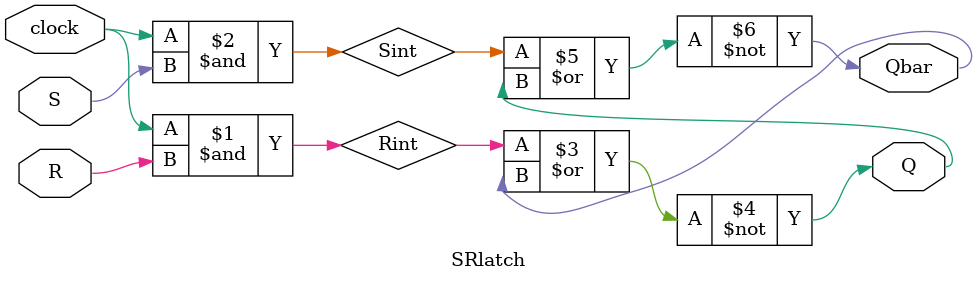
<source format=v>
module lab07_c(D,q,qbar,clock, LED0,LED9);
input D,clock;
output q,qbar,LED0,LED9;


assign LED0 = D;
assign LED9 = clock;


SRlatch Dlatch(D,~D,q,qbar,clock);  //calling SRlatch module


//assign LED1 = ~D;
//assign LED3 = q;
//assign LED4 = qbar;

endmodule





module SRlatch(S,R,Q,Qbar,clock);
input S,R,clock;
output Q,Qbar;

wire Rint,Sint;

and a1 (Rint,clock,R);  //1st AND gate, input: R,clock, output: Rint
and a2 (Sint,clock,S);  //2nd AND gate, input: S,clock, output: Sint
nor a3 (Q,Rint,Qbar);   //1st NOR gate, input: Rint,Qbar, output: Q
nor a4 (Qbar,Sint,Q);   //2nd NOR gate, input: Sint,Q, output: Qbar


endmodule

</source>
